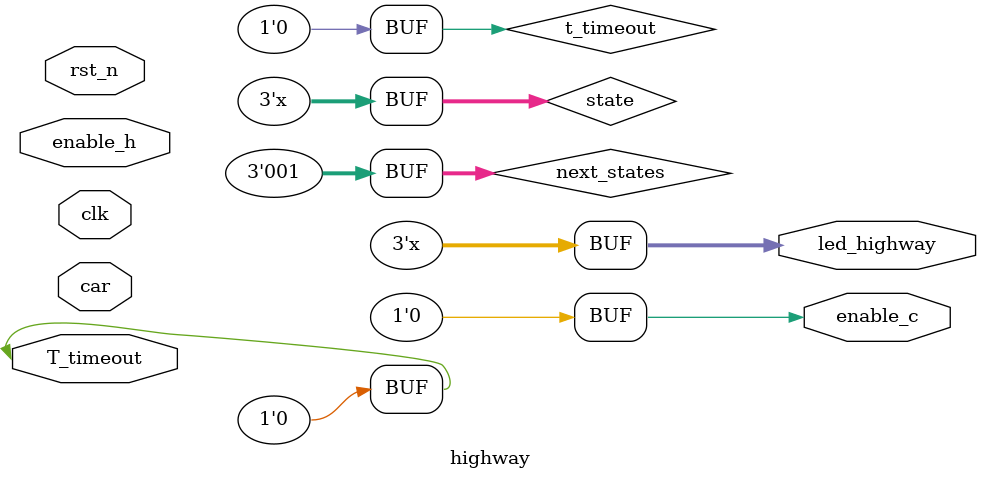
<source format=v>
`timescale 1ns/1ns

module highway#(
    parameter t = 10,
    parameter T = 15
)
(
    input clk,
    input rst_n,
    input car,
    input enable_h,
    input T_timeout,
    output reg enable_c = 0,
    output reg[2:0] led_highway
);
    localparam green = 3'b001;
    localparam yellow = 3'b010;
    localparam red = 3'b100;

    reg[2:0] state, next_states;
    

    always @(car or state or enable_h or T_timeout or t_timeout) begin
        state = next_states;
        led_highway = state;
        enable_c = 0;

        case (state)
            green: if ((car == 1) && (T_timeout == 1)) begin
                next_states = green;
                if (T_timeout == 0) begin
                    #T T_timeout = 1;
                end
            end else begin
                next_states = yellow;
                T_timeout = 0;
            end

            yellow: if (t_timeout == 0) begin
                next_states = yellow;
                if (t_timeout == 0) begin
                    #t t_timeout = 1;
                end
            end else begin
                next_states = red;
                t_timeout = 0;
                enable_c = 1;
            end

            red: if ((T_timeout == 1) && (enable_h == 1)) begin
                next_states = green;
                T_timeout = 0;
            end else begin
                next_states = red;
                if (T_timeout == 0) begin
                    #T T_timeout = 1;
                end
            end

            default: begin
                next_states = green;
                T_timeout = 0;
                t_timeout = 0;
            end
        endcase
    end

    always @(posedge clk or negedge rst_n) begin
        if (~rst_n) begin
            state <= green;
        end else begin
            state <= next_states;
        end
    end
endmodule

</source>
